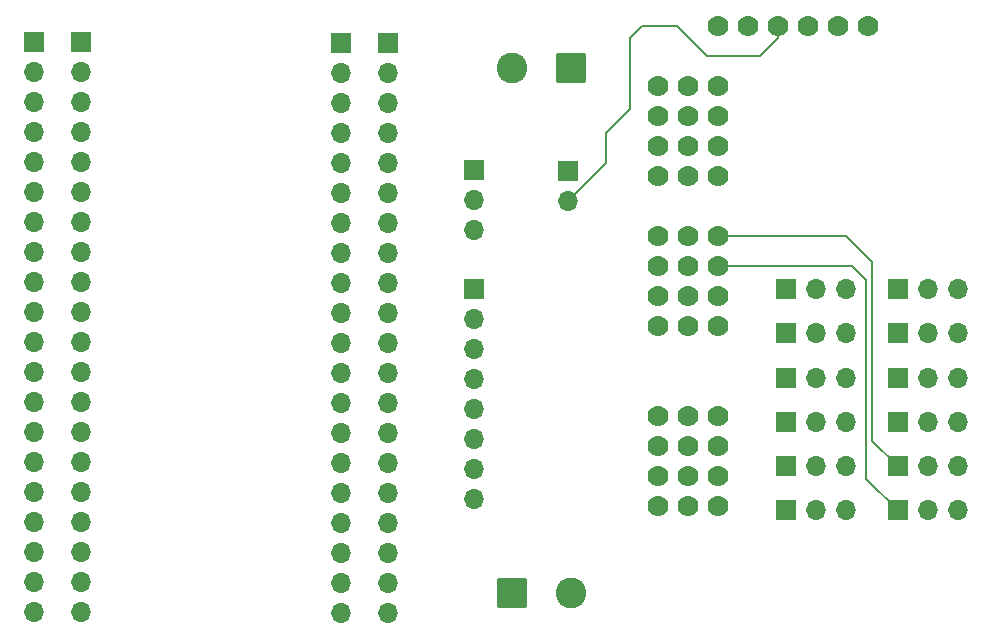
<source format=gbr>
%TF.GenerationSoftware,KiCad,Pcbnew,9.0.0*%
%TF.CreationDate,2025-03-26T16:29:39-04:00*%
%TF.ProjectId,spotmicro22mm,73706f74-6d69-4637-926f-32326d6d2e6b,rev?*%
%TF.SameCoordinates,Original*%
%TF.FileFunction,Copper,L4,Bot*%
%TF.FilePolarity,Positive*%
%FSLAX46Y46*%
G04 Gerber Fmt 4.6, Leading zero omitted, Abs format (unit mm)*
G04 Created by KiCad (PCBNEW 9.0.0) date 2025-03-26 16:29:40*
%MOMM*%
%LPD*%
G01*
G04 APERTURE LIST*
G04 Aperture macros list*
%AMRoundRect*
0 Rectangle with rounded corners*
0 $1 Rounding radius*
0 $2 $3 $4 $5 $6 $7 $8 $9 X,Y pos of 4 corners*
0 Add a 4 corners polygon primitive as box body*
4,1,4,$2,$3,$4,$5,$6,$7,$8,$9,$2,$3,0*
0 Add four circle primitives for the rounded corners*
1,1,$1+$1,$2,$3*
1,1,$1+$1,$4,$5*
1,1,$1+$1,$6,$7*
1,1,$1+$1,$8,$9*
0 Add four rect primitives between the rounded corners*
20,1,$1+$1,$2,$3,$4,$5,0*
20,1,$1+$1,$4,$5,$6,$7,0*
20,1,$1+$1,$6,$7,$8,$9,0*
20,1,$1+$1,$8,$9,$2,$3,0*%
G04 Aperture macros list end*
%TA.AperFunction,ComponentPad*%
%ADD10R,1.700000X1.700000*%
%TD*%
%TA.AperFunction,ComponentPad*%
%ADD11O,1.700000X1.700000*%
%TD*%
%TA.AperFunction,ComponentPad*%
%ADD12RoundRect,0.250000X1.050000X1.050000X-1.050000X1.050000X-1.050000X-1.050000X1.050000X-1.050000X0*%
%TD*%
%TA.AperFunction,ComponentPad*%
%ADD13C,2.600000*%
%TD*%
%TA.AperFunction,ComponentPad*%
%ADD14RoundRect,0.250000X-1.050000X-1.050000X1.050000X-1.050000X1.050000X1.050000X-1.050000X1.050000X0*%
%TD*%
%TA.AperFunction,ComponentPad*%
%ADD15C,1.778000*%
%TD*%
%TA.AperFunction,Conductor*%
%ADD16C,0.200000*%
%TD*%
G04 APERTURE END LIST*
D10*
%TO.P,J9,1,Pin_1*%
%TO.N,/PWM-7*%
X146170000Y-88000000D03*
D11*
%TO.P,J9,2,Pin_2*%
%TO.N,/S2-PWR*%
X148710000Y-88000000D03*
%TO.P,J9,3,Pin_3*%
%TO.N,/S2-GND*%
X151250000Y-88000000D03*
%TD*%
D10*
%TO.P,J14,1,Pin_1*%
%TO.N,/ESP-32Pin*%
X86500000Y-63360000D03*
D11*
%TO.P,J14,2,Pin_2*%
X86500000Y-65900000D03*
%TO.P,J14,3,Pin_3*%
X86500000Y-68440000D03*
%TO.P,J14,4,Pin_4*%
X86500000Y-70980000D03*
%TO.P,J14,5,Pin_5*%
X86500000Y-73520000D03*
%TO.P,J14,6,Pin_6*%
X86500000Y-76060000D03*
%TO.P,J14,7,Pin_7*%
X86500000Y-78600000D03*
%TO.P,J14,8,Pin_8*%
X86500000Y-81140000D03*
%TO.P,J14,9,Pin_9*%
X86500000Y-83680000D03*
%TO.P,J14,10,Pin_10*%
X86500000Y-86220000D03*
%TO.P,J14,11,Pin_11*%
X86500000Y-88760000D03*
%TO.P,J14,12,Pin_12*%
X86500000Y-91300000D03*
%TO.P,J14,13,Pin_13*%
X86500000Y-93840000D03*
%TO.P,J14,14,Pin_14*%
X86500000Y-96380000D03*
%TO.P,J14,15,Pin_15*%
X86500000Y-98920000D03*
%TO.P,J14,16,Pin_16*%
X86500000Y-101460000D03*
%TO.P,J14,17,Pin_17*%
X86500000Y-104000000D03*
%TO.P,J14,18,Pin_18*%
X86500000Y-106540000D03*
%TO.P,J14,19,Pin_19*%
X86500000Y-109080000D03*
%TO.P,J14,20,Pin_20*%
X86500000Y-111620000D03*
%TD*%
D10*
%TO.P,J6,1,Pin_1*%
%TO.N,/PWM-4*%
X155670000Y-99250000D03*
D11*
%TO.P,J6,2,Pin_2*%
%TO.N,/S1-PWR*%
X158210000Y-99250000D03*
%TO.P,J6,3,Pin_3*%
%TO.N,/S1-GND*%
X160750000Y-99250000D03*
%TD*%
D10*
%TO.P,J18,1,Pin_1*%
%TO.N,/Global SCL*%
X127750000Y-74250000D03*
D11*
%TO.P,J18,2,Pin_2*%
%TO.N,/Global SDA*%
X127750000Y-76790000D03*
%TD*%
D12*
%TO.P,J21,1,Pin_1*%
%TO.N,/S2-PWR*%
X127993453Y-65577500D03*
D13*
%TO.P,J21,2,Pin_2*%
%TO.N,/S2-GND*%
X122993453Y-65577500D03*
%TD*%
D10*
%TO.P,J4,1,Pin_1*%
%TO.N,/PWM-2*%
X155670000Y-91750000D03*
D11*
%TO.P,J4,2,Pin_2*%
%TO.N,/S1-PWR*%
X158210000Y-91750000D03*
%TO.P,J4,3,Pin_3*%
%TO.N,/S1-GND*%
X160750000Y-91750000D03*
%TD*%
D10*
%TO.P,J17,1,Pin_1*%
%TO.N,/ESP-32Pin*%
X112500000Y-63400000D03*
D11*
%TO.P,J17,2,Pin_2*%
X112500000Y-65940000D03*
%TO.P,J17,3,Pin_3*%
X112500000Y-68480000D03*
%TO.P,J17,4,Pin_4*%
X112500000Y-71020000D03*
%TO.P,J17,5,Pin_5*%
X112500000Y-73560000D03*
%TO.P,J17,6,Pin_6*%
X112500000Y-76100000D03*
%TO.P,J17,7,Pin_7*%
X112500000Y-78640000D03*
%TO.P,J17,8,Pin_8*%
X112500000Y-81180000D03*
%TO.P,J17,9,Pin_9*%
X112500000Y-83720000D03*
%TO.P,J17,10,Pin_10*%
X112500000Y-86260000D03*
%TO.P,J17,11,Pin_11*%
X112500000Y-88800000D03*
%TO.P,J17,12,Pin_12*%
X112500000Y-91340000D03*
%TO.P,J17,13,Pin_13*%
X112500000Y-93880000D03*
%TO.P,J17,14,Pin_14*%
X112500000Y-96420000D03*
%TO.P,J17,15,Pin_15*%
X112500000Y-98960000D03*
%TO.P,J17,16,Pin_16*%
X112500000Y-101500000D03*
%TO.P,J17,17,Pin_17*%
X112500000Y-104040000D03*
%TO.P,J17,18,Pin_18*%
X112500000Y-106580000D03*
%TO.P,J17,19,Pin_19*%
X112500000Y-109120000D03*
%TO.P,J17,20,Pin_20*%
X112500000Y-111660000D03*
%TD*%
D10*
%TO.P,J13,1,Pin_1*%
%TO.N,/PWM-11*%
X146170000Y-103000000D03*
D11*
%TO.P,J13,2,Pin_2*%
%TO.N,/S2-PWR*%
X148710000Y-103000000D03*
%TO.P,J13,3,Pin_3*%
%TO.N,/S2-GND*%
X151250000Y-103000000D03*
%TD*%
D10*
%TO.P,J3,1,Pin_1*%
%TO.N,/PWM-1*%
X155670000Y-88000000D03*
D11*
%TO.P,J3,2,Pin_2*%
%TO.N,/S1-PWR*%
X158210000Y-88000000D03*
%TO.P,J3,3,Pin_3*%
%TO.N,/S1-GND*%
X160750000Y-88000000D03*
%TD*%
D10*
%TO.P,J15,1,Pin_1*%
%TO.N,/ESP-32Pin*%
X108500000Y-63400000D03*
D11*
%TO.P,J15,2,Pin_2*%
X108500000Y-65940000D03*
%TO.P,J15,3,Pin_3*%
X108500000Y-68480000D03*
%TO.P,J15,4,Pin_4*%
X108500000Y-71020000D03*
%TO.P,J15,5,Pin_5*%
X108500000Y-73560000D03*
%TO.P,J15,6,Pin_6*%
X108500000Y-76100000D03*
%TO.P,J15,7,Pin_7*%
X108500000Y-78640000D03*
%TO.P,J15,8,Pin_8*%
X108500000Y-81180000D03*
%TO.P,J15,9,Pin_9*%
X108500000Y-83720000D03*
%TO.P,J15,10,Pin_10*%
X108500000Y-86260000D03*
%TO.P,J15,11,Pin_11*%
X108500000Y-88800000D03*
%TO.P,J15,12,Pin_12*%
X108500000Y-91340000D03*
%TO.P,J15,13,Pin_13*%
X108500000Y-93880000D03*
%TO.P,J15,14,Pin_14*%
X108500000Y-96420000D03*
%TO.P,J15,15,Pin_15*%
X108500000Y-98960000D03*
%TO.P,J15,16,Pin_16*%
X108500000Y-101500000D03*
%TO.P,J15,17,Pin_17*%
X108500000Y-104040000D03*
%TO.P,J15,18,Pin_18*%
X108500000Y-106580000D03*
%TO.P,J15,19,Pin_19*%
X108500000Y-109120000D03*
%TO.P,J15,20,Pin_20*%
X108500000Y-111660000D03*
%TD*%
D10*
%TO.P,J11,1,Pin_1*%
%TO.N,/PWM-9*%
X146170000Y-95500000D03*
D11*
%TO.P,J11,2,Pin_2*%
%TO.N,/S2-PWR*%
X148710000Y-95500000D03*
%TO.P,J11,3,Pin_3*%
%TO.N,/S2-GND*%
X151250000Y-95500000D03*
%TD*%
D14*
%TO.P,J1,1,Pin_1*%
%TO.N,/S1-PWR*%
X123000000Y-110000000D03*
D13*
%TO.P,J1,2,Pin_2*%
%TO.N,/S1-GND*%
X128000000Y-110000000D03*
%TD*%
D10*
%TO.P,J16,1,Pin_1*%
%TO.N,/ESP-32Pin*%
X82500000Y-63360000D03*
D11*
%TO.P,J16,2,Pin_2*%
X82500000Y-65900000D03*
%TO.P,J16,3,Pin_3*%
X82500000Y-68440000D03*
%TO.P,J16,4,Pin_4*%
X82500000Y-70980000D03*
%TO.P,J16,5,Pin_5*%
X82500000Y-73520000D03*
%TO.P,J16,6,Pin_6*%
X82500000Y-76060000D03*
%TO.P,J16,7,Pin_7*%
X82500000Y-78600000D03*
%TO.P,J16,8,Pin_8*%
X82500000Y-81140000D03*
%TO.P,J16,9,Pin_9*%
X82500000Y-83680000D03*
%TO.P,J16,10,Pin_10*%
X82500000Y-86220000D03*
%TO.P,J16,11,Pin_11*%
X82500000Y-88760000D03*
%TO.P,J16,12,Pin_12*%
X82500000Y-91300000D03*
%TO.P,J16,13,Pin_13*%
X82500000Y-93840000D03*
%TO.P,J16,14,Pin_14*%
X82500000Y-96380000D03*
%TO.P,J16,15,Pin_15*%
X82500000Y-98920000D03*
%TO.P,J16,16,Pin_16*%
X82500000Y-101460000D03*
%TO.P,J16,17,Pin_17*%
X82500000Y-104000000D03*
%TO.P,J16,18,Pin_18*%
X82500000Y-106540000D03*
%TO.P,J16,19,Pin_19*%
X82500000Y-109080000D03*
%TO.P,J16,20,Pin_20*%
X82500000Y-111620000D03*
%TD*%
D10*
%TO.P,J8,1,Pin_1*%
%TO.N,/PWM-6*%
X146170000Y-84250000D03*
D11*
%TO.P,J8,2,Pin_2*%
%TO.N,/S2-PWR*%
X148710000Y-84250000D03*
%TO.P,J8,3,Pin_3*%
%TO.N,/S2-GND*%
X151250000Y-84250000D03*
%TD*%
D10*
%TO.P,J5,1,Pin_1*%
%TO.N,/PWM-3*%
X155670000Y-95500000D03*
D11*
%TO.P,J5,2,Pin_2*%
%TO.N,/S1-PWR*%
X158210000Y-95500000D03*
%TO.P,J5,3,Pin_3*%
%TO.N,/S1-GND*%
X160750000Y-95500000D03*
%TD*%
D10*
%TO.P,J10,1,Pin_1*%
%TO.N,/PWM-8*%
X146170000Y-91750000D03*
D11*
%TO.P,J10,2,Pin_2*%
%TO.N,/S2-PWR*%
X148710000Y-91750000D03*
%TO.P,J10,3,Pin_3*%
%TO.N,/S2-GND*%
X151250000Y-91750000D03*
%TD*%
D10*
%TO.P,J20,1,Pin_1*%
%TO.N,/ESP32-3v3*%
X119800000Y-84260000D03*
D11*
%TO.P,J20,2,Pin_2*%
%TO.N,/ESP32-GND*%
X119800000Y-86800000D03*
%TO.P,J20,3,Pin_3*%
%TO.N,/Global SCL*%
X119800000Y-89340000D03*
%TO.P,J20,4,Pin_4*%
%TO.N,/Global SDA*%
X119800000Y-91880000D03*
%TO.P,J20,5,Pin_5*%
%TO.N,unconnected-(J20-Pin_5-Pad5)*%
X119800000Y-94420000D03*
%TO.P,J20,6,Pin_6*%
%TO.N,unconnected-(J20-Pin_6-Pad6)*%
X119800000Y-96960000D03*
%TO.P,J20,7,Pin_7*%
%TO.N,unconnected-(J20-Pin_7-Pad7)*%
X119800000Y-99500000D03*
%TO.P,J20,8,Pin_8*%
%TO.N,unconnected-(J20-Pin_8-Pad8)*%
X119800000Y-102040000D03*
%TD*%
D10*
%TO.P,J12,1,Pin_1*%
%TO.N,/PWM-10*%
X146170000Y-99250000D03*
D11*
%TO.P,J12,2,Pin_2*%
%TO.N,/S2-PWR*%
X148710000Y-99250000D03*
%TO.P,J12,3,Pin_3*%
%TO.N,/S2-GND*%
X151250000Y-99250000D03*
%TD*%
D10*
%TO.P,J19,1,Pin_1*%
%TO.N,/ESP32-GND*%
X119750000Y-74210000D03*
D11*
%TO.P,J19,2,Pin_2*%
%TO.N,/ESP32-3v3*%
X119750000Y-76750000D03*
%TO.P,J19,3,Pin_3*%
%TO.N,/ESP32-5v*%
X119750000Y-79290000D03*
%TD*%
D10*
%TO.P,J7,1,Pin_1*%
%TO.N,/PWM-5*%
X155670000Y-103000000D03*
D11*
%TO.P,J7,2,Pin_2*%
%TO.N,/S1-PWR*%
X158210000Y-103000000D03*
%TO.P,J7,3,Pin_3*%
%TO.N,/S1-GND*%
X160750000Y-103000000D03*
%TD*%
D15*
%TO.P,U2,0,PWM_0*%
%TO.N,/PWM-0*%
X140440000Y-67050000D03*
%TO.P,U2,1,PWM_1*%
%TO.N,/PWM-1*%
X140440000Y-69590000D03*
%TO.P,U2,2,PWM_2*%
%TO.N,/PWM-2*%
X140440000Y-72130000D03*
%TO.P,U2,3,PWM_3*%
%TO.N,/PWM-3*%
X140440000Y-74670000D03*
%TO.P,U2,4,PWM_4*%
%TO.N,/PWM-4*%
X140440000Y-79750000D03*
%TO.P,U2,5,PWM_5*%
%TO.N,/PWM-5*%
X140440000Y-82290000D03*
%TO.P,U2,6,PWM_6*%
%TO.N,/PWM-6*%
X140440000Y-84830000D03*
%TO.P,U2,7,PWM_7*%
%TO.N,/PWM-7*%
X140440000Y-87370000D03*
%TO.P,U2,8,PWM_8*%
%TO.N,/PWM-8*%
X140440000Y-94990000D03*
%TO.P,U2,9,PWM_9*%
%TO.N,/PWM-9*%
X140440000Y-97530000D03*
%TO.P,U2,10,PWM_10*%
%TO.N,/PWM-10*%
X140440000Y-100070000D03*
%TO.P,U2,11,PWM_11*%
%TO.N,/PWM-11*%
X140440000Y-102610000D03*
%TO.P,U2,GND_1,GND*%
%TO.N,/ESP32-GND*%
X153140000Y-61970000D03*
%TO.P,U2,GND_3*%
%TO.N,N/C*%
X135360000Y-67050000D03*
%TO.P,U2,GND_4*%
X135360000Y-69590000D03*
%TO.P,U2,GND_5*%
X135360000Y-72130000D03*
%TO.P,U2,GND_6*%
X135360000Y-74670000D03*
%TO.P,U2,GND_7*%
X135360000Y-79750000D03*
%TO.P,U2,GND_8*%
X135360000Y-82290000D03*
%TO.P,U2,GND_9*%
X135360000Y-84830000D03*
%TO.P,U2,GND_10*%
X135360000Y-87370000D03*
%TO.P,U2,GND_11*%
X135360000Y-94990000D03*
%TO.P,U2,GND_12*%
X135360000Y-97530000D03*
%TO.P,U2,GND_13*%
X135360000Y-100070000D03*
%TO.P,U2,GND_14*%
X135360000Y-102610000D03*
%TO.P,U2,OE_1*%
X150600000Y-61970000D03*
%TO.P,U2,SCL_1,SCL*%
%TO.N,/Global SCL*%
X148060000Y-61970000D03*
%TO.P,U2,SDA_1,SDA*%
%TO.N,/Global SDA*%
X145520000Y-61970000D03*
%TO.P,U2,V+_1,V+*%
%TO.N,unconnected-(U2-V+-PadV+_1)*%
X140440000Y-61970000D03*
%TO.P,U2,V+_3*%
%TO.N,N/C*%
X137900000Y-67050000D03*
%TO.P,U2,V+_4*%
X137900000Y-69590000D03*
%TO.P,U2,V+_5*%
X137900000Y-72130000D03*
%TO.P,U2,V+_6*%
X137900000Y-74670000D03*
%TO.P,U2,V+_7*%
X137900000Y-79750000D03*
%TO.P,U2,V+_8*%
X137900000Y-82290000D03*
%TO.P,U2,V+_9*%
X137900000Y-84830000D03*
%TO.P,U2,V+_10*%
X137900000Y-87370000D03*
%TO.P,U2,V+_11*%
X137900000Y-94990000D03*
%TO.P,U2,V+_12*%
X137900000Y-97530000D03*
%TO.P,U2,V+_13*%
X137900000Y-100070000D03*
%TO.P,U2,V+_14*%
X137900000Y-102610000D03*
%TO.P,U2,VCC_1,VCC*%
%TO.N,/ESP32-5v*%
X142980000Y-61970000D03*
%TD*%
D10*
%TO.P,J2,1,Pin_1*%
%TO.N,/PWM-0*%
X155670000Y-84250000D03*
D11*
%TO.P,J2,2,Pin_2*%
%TO.N,/S1-PWR*%
X158210000Y-84250000D03*
%TO.P,J2,3,Pin_3*%
%TO.N,/S1-GND*%
X160750000Y-84250000D03*
%TD*%
D16*
%TO.N,/PWM-4*%
X140440000Y-79750000D02*
X151250000Y-79750000D01*
X151250000Y-79750000D02*
X153500000Y-82000000D01*
X153500000Y-82000000D02*
X153500000Y-97080000D01*
X153500000Y-97080000D02*
X155670000Y-99250000D01*
%TO.N,/PWM-5*%
X153000000Y-83500000D02*
X153000000Y-100330000D01*
X151790000Y-82290000D02*
X153000000Y-83500000D01*
X153000000Y-100330000D02*
X155670000Y-103000000D01*
X140440000Y-82290000D02*
X151790000Y-82290000D01*
%TO.N,/Global SDA*%
X133000000Y-63000000D02*
X134000000Y-62000000D01*
X144000000Y-64500000D02*
X145520000Y-62980000D01*
X127750000Y-76790000D02*
X131000000Y-73540000D01*
X137000000Y-62000000D02*
X139500000Y-64500000D01*
X145520000Y-62980000D02*
X145520000Y-61970000D01*
X131000000Y-71000000D02*
X133000000Y-69000000D01*
X139500000Y-64500000D02*
X144000000Y-64500000D01*
X133000000Y-69000000D02*
X133000000Y-63000000D01*
X134000000Y-62000000D02*
X137000000Y-62000000D01*
X131000000Y-73540000D02*
X131000000Y-71000000D01*
%TD*%
M02*

</source>
